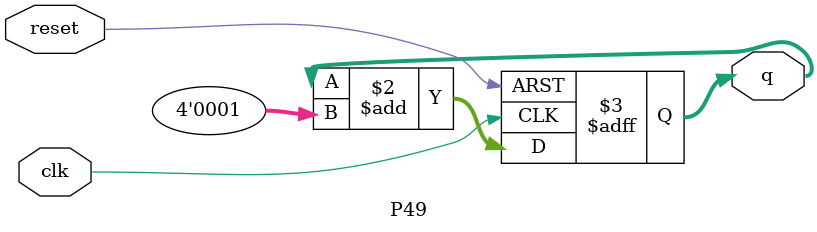
<source format=v>
module P49 (
    input            clk,
    input            reset,  // 异步复位，高电平有效，复位值为0
    output reg [3:0] q
);

  always @(posedge clk or posedge reset) begin

    if (reset) begin
      q <= 4'd0;
    end else begin
      q <= q + 4'd1;
    end

  end

endmodule

</source>
